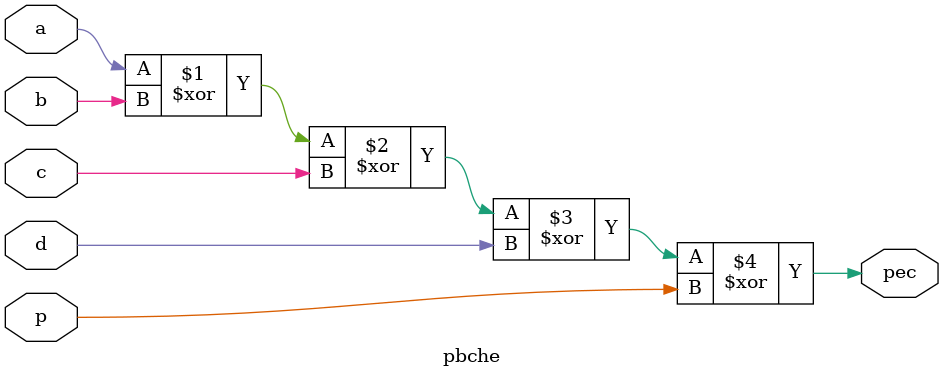
<source format=v>
`timescale 1ns / 1ps

module pbche(
    input a,
    input b,
    input c,
    input d,
    input p,
    output pec
    );
assign pec = a^b^c^d^p;
endmodule

</source>
